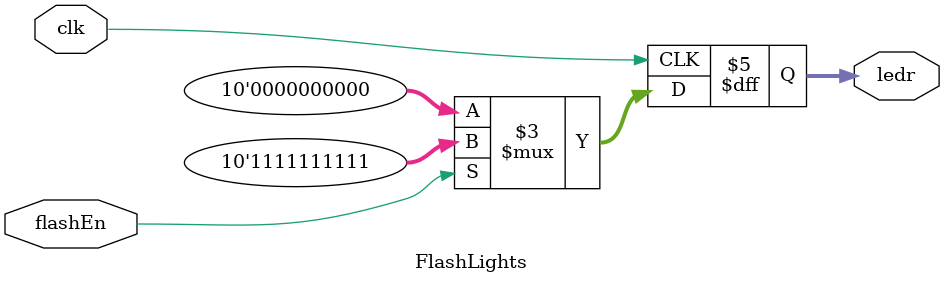
<source format=v>
module FlashLights(clk, flashEn, ledr);

	input clk, flashEn;
	output[9:0] ledr;
	
	reg[9:0] ledr;
	
	always @(posedge clk) begin
		if(flashEn)
			ledr[9:0] = 10'b1111111111;
		else
			ledr[9:0] = 10'b0000000000;
	end

endmodule
</source>
